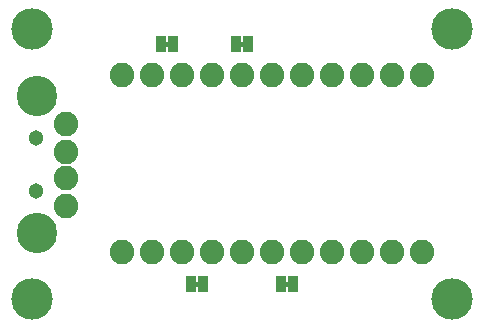
<source format=gbr>
G04 EAGLE Gerber RS-274X export*
G75*
%MOMM*%
%FSLAX34Y34*%
%LPD*%
%INSoldermask Bottom*%
%IPPOS*%
%AMOC8*
5,1,8,0,0,1.08239X$1,22.5*%
G01*
%ADD10C,0.406400*%
%ADD11C,3.505200*%
%ADD12C,2.082800*%
%ADD13R,0.838200X1.473200*%
%ADD14C,3.419200*%
%ADD15C,1.303200*%


D10*
X198120Y241300D02*
X208280Y241300D01*
X144780Y241300D02*
X134620Y241300D01*
X160020Y38100D02*
X170180Y38100D01*
X236220Y38100D02*
X246380Y38100D01*
D11*
X25400Y25400D03*
X25400Y254000D03*
X381000Y254000D03*
X381000Y25400D03*
D12*
X355600Y64770D03*
X330200Y64770D03*
X304800Y64770D03*
X279400Y64770D03*
X254000Y64770D03*
X228600Y64770D03*
X203200Y64770D03*
X177800Y64770D03*
X152400Y64770D03*
X127000Y64770D03*
X101600Y64770D03*
X101600Y214630D03*
X127000Y214630D03*
X152400Y214630D03*
X177800Y214630D03*
X203200Y214630D03*
X228600Y214630D03*
X254000Y214630D03*
X279400Y214630D03*
X304800Y214630D03*
X330200Y214630D03*
X355600Y214630D03*
D13*
X198120Y241300D03*
X208280Y241300D03*
X236220Y38100D03*
X246380Y38100D03*
X170180Y38100D03*
X160020Y38100D03*
X144780Y241300D03*
X134620Y241300D03*
D12*
X53591Y173557D03*
X53591Y149827D03*
X53591Y127287D03*
X53591Y103557D03*
D14*
X29591Y80557D03*
X29591Y196557D03*
D15*
X28591Y161057D03*
X28591Y116057D03*
M02*

</source>
